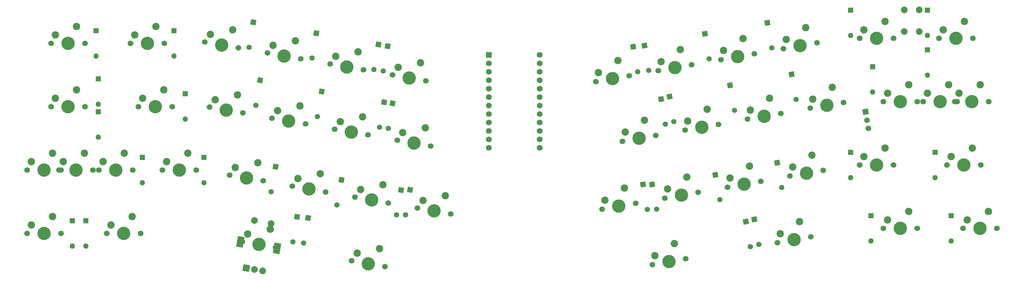
<source format=gbs>
G04 #@! TF.GenerationSoftware,KiCad,Pcbnew,(6.0.6-69-g6d26e8e3e8)*
G04 #@! TF.CreationDate,2022-07-20T16:21:00-04:00*
G04 #@! TF.ProjectId,alish40,616c6973-6834-4302-9e6b-696361645f70,rev?*
G04 #@! TF.SameCoordinates,Original*
G04 #@! TF.FileFunction,Soldermask,Bot*
G04 #@! TF.FilePolarity,Negative*
%FSLAX46Y46*%
G04 Gerber Fmt 4.6, Leading zero omitted, Abs format (unit mm)*
G04 Created by KiCad (PCBNEW (6.0.6-69-g6d26e8e3e8)) date 2022-07-20 16:21:00*
%MOMM*%
%LPD*%
G01*
G04 APERTURE LIST*
G04 Aperture macros list*
%AMHorizOval*
0 Thick line with rounded ends*
0 $1 width*
0 $2 $3 position (X,Y) of the first rounded end (center of the circle)*
0 $4 $5 position (X,Y) of the second rounded end (center of the circle)*
0 Add line between two ends*
20,1,$1,$2,$3,$4,$5,0*
0 Add two circle primitives to create the rounded ends*
1,1,$1,$2,$3*
1,1,$1,$4,$5*%
%AMRotRect*
0 Rectangle, with rotation*
0 The origin of the aperture is its center*
0 $1 length*
0 $2 width*
0 $3 Rotation angle, in degrees counterclockwise*
0 Add horizontal line*
21,1,$1,$2,0,0,$3*%
G04 Aperture macros list end*
%ADD10C,4.000000*%
%ADD11C,1.700000*%
%ADD12C,2.200000*%
%ADD13R,1.752600X1.752600*%
%ADD14C,1.752600*%
%ADD15RotRect,3.200000X2.000000X80.000000*%
%ADD16RotRect,2.000000X2.000000X80.000000*%
%ADD17C,2.000000*%
%ADD18RotRect,1.600000X1.600000X260.000000*%
%ADD19HorizOval,1.600000X0.000000X0.000000X0.000000X0.000000X0*%
%ADD20R,1.600000X1.600000*%
%ADD21O,1.600000X1.600000*%
%ADD22RotRect,1.600000X1.600000X280.000000*%
%ADD23HorizOval,1.600000X0.000000X0.000000X0.000000X0.000000X0*%
%ADD24RotRect,1.700000X1.700000X190.000000*%
%ADD25HorizOval,1.700000X0.000000X0.000000X0.000000X0.000000X0*%
G04 APERTURE END LIST*
D10*
X306589546Y-128320776D03*
D11*
X301586723Y-129202908D03*
X311592369Y-127438643D03*
D12*
X308208825Y-122876886D03*
X302396362Y-126480964D03*
D10*
X287828957Y-131628774D03*
D11*
X282826134Y-132510906D03*
X292831780Y-130746641D03*
D12*
X289448236Y-126184884D03*
X283635773Y-129788962D03*
D11*
X83085231Y-146416596D03*
D10*
X78005231Y-146416596D03*
D11*
X72925231Y-146416596D03*
D12*
X80545231Y-141336596D03*
X74195231Y-143876596D03*
D11*
X116422731Y-108316597D03*
D10*
X111342731Y-108316597D03*
D11*
X106262731Y-108316597D03*
D12*
X113882731Y-103236597D03*
X107532731Y-105776597D03*
D11*
X193854973Y-120149718D03*
D10*
X188852150Y-119267585D03*
D11*
X183849326Y-118385452D03*
D12*
X192235694Y-114705828D03*
X185541098Y-116104574D03*
D11*
X96737731Y-146416595D03*
D10*
X101817731Y-146416595D03*
D11*
X106897731Y-146416595D03*
D12*
X104357731Y-141336595D03*
X98007731Y-143876595D03*
D11*
X245304960Y-139126903D03*
D10*
X250307783Y-138244771D03*
D11*
X255310606Y-137362638D03*
D12*
X251927062Y-132800881D03*
X246114599Y-136404959D03*
D11*
X127567562Y-108461460D03*
X137573209Y-110225726D03*
D10*
X132570386Y-109343593D03*
D12*
X135953930Y-104781836D03*
X129259334Y-106180582D03*
D10*
X327566250Y-125829998D03*
D11*
X332646250Y-125829998D03*
X322486250Y-125829998D03*
D12*
X330106250Y-120749998D03*
X323756250Y-123289998D03*
D11*
X143645671Y-130640343D03*
D10*
X138642848Y-129758210D03*
D11*
X133640024Y-128876077D03*
D12*
X142026392Y-125196453D03*
X135331796Y-126595199D03*
D11*
X156333800Y-113533724D03*
X146328153Y-111769458D03*
D10*
X151330977Y-112651591D03*
D12*
X154714521Y-108089834D03*
X148019925Y-109488580D03*
D10*
X358522501Y-144879999D03*
D11*
X353442501Y-144879999D03*
X363602501Y-144879999D03*
D12*
X361062501Y-139799999D03*
X354712501Y-142339999D03*
D11*
X144946003Y-92181873D03*
D10*
X149948827Y-93064006D03*
D11*
X154951650Y-93946139D03*
D12*
X153332371Y-88502249D03*
X146637775Y-89900995D03*
D11*
X114041000Y-89266597D03*
D10*
X108961000Y-89266597D03*
D11*
X103881000Y-89266597D03*
D12*
X111501000Y-84186597D03*
X105151000Y-86726597D03*
D11*
X261382902Y-116948049D03*
D10*
X256380079Y-117830182D03*
D11*
X251377256Y-118712314D03*
D12*
X257999358Y-112386292D03*
X252186895Y-115990370D03*
D11*
X299660874Y-90854733D03*
X309666520Y-89090468D03*
D10*
X304663697Y-89972601D03*
D12*
X306282976Y-84528711D03*
X300470513Y-88132789D03*
D11*
X329630000Y-106780000D03*
D10*
X334710000Y-106780000D03*
D11*
X339790000Y-106780000D03*
D12*
X337250000Y-101700000D03*
X330900000Y-104240000D03*
D11*
X339789999Y-144880000D03*
D10*
X334709999Y-144880000D03*
D11*
X329629999Y-144880000D03*
D12*
X337249999Y-139800000D03*
X330899999Y-142340000D03*
D11*
X253384756Y-99014462D03*
D10*
X248381933Y-99896595D03*
D11*
X243379110Y-100778727D03*
D12*
X250001212Y-94452705D03*
X244188749Y-98056783D03*
D10*
X194924615Y-139682203D03*
D11*
X199927438Y-140564336D03*
X189921791Y-138800070D03*
D12*
X198308159Y-135120446D03*
X191613563Y-136519192D03*
D10*
X275140666Y-114522185D03*
D11*
X280143489Y-113640052D03*
X270137843Y-115404317D03*
D12*
X276759945Y-109078295D03*
X270947482Y-112682373D03*
D13*
X211350000Y-92770687D03*
D14*
X211350000Y-95310687D03*
X211350000Y-97850687D03*
X211350000Y-100390687D03*
X211350000Y-102930687D03*
X211350000Y-105470687D03*
X211350000Y-108010687D03*
X211350000Y-110550687D03*
X211350000Y-113090687D03*
X211350000Y-115630687D03*
X211350000Y-118170687D03*
X211350000Y-120710687D03*
X226590000Y-120710687D03*
X226590000Y-118170687D03*
X226590000Y-115630687D03*
X226590000Y-113090687D03*
X226590000Y-110550687D03*
X226590000Y-108010687D03*
X226590000Y-105470687D03*
X226590000Y-102930687D03*
X226590000Y-100390687D03*
X226590000Y-97850687D03*
X226590000Y-95310687D03*
X226590000Y-92770687D03*
D11*
X92610230Y-127366596D03*
X82450230Y-127366596D03*
D10*
X87530230Y-127366596D03*
D12*
X90070230Y-122286596D03*
X83720230Y-124826596D03*
D11*
X182467177Y-98797867D03*
X192472824Y-100562133D03*
D10*
X187470001Y-99680000D03*
D12*
X190853545Y-95118243D03*
X184158949Y-96516989D03*
D11*
X162406266Y-133948341D03*
X152400619Y-132184075D03*
D10*
X157403443Y-133066208D03*
D12*
X160786987Y-128504451D03*
X154092391Y-129903197D03*
D10*
X312661841Y-107906188D03*
D11*
X307659018Y-108788320D03*
X317664664Y-107024055D03*
D12*
X314281120Y-102462298D03*
X308468657Y-106066376D03*
D10*
X269068370Y-134936772D03*
D11*
X274071193Y-134054639D03*
X264065547Y-135818904D03*
D12*
X270687649Y-129492882D03*
X264875186Y-133096960D03*
D11*
X163706589Y-95489866D03*
X173712236Y-97254132D03*
D10*
X168709413Y-96371999D03*
D12*
X172092957Y-91810242D03*
X165398361Y-93208988D03*
D10*
X293901256Y-111214187D03*
D11*
X298904079Y-110332054D03*
X288898433Y-112096319D03*
D12*
X295520535Y-105770297D03*
X289708072Y-109374375D03*
D10*
X131188236Y-89756006D03*
D11*
X126185412Y-88873873D03*
X136191059Y-90638139D03*
D12*
X134571780Y-85194249D03*
X127877184Y-86592995D03*
D11*
X175094382Y-116841721D03*
X165088735Y-115077455D03*
D10*
X170091559Y-115959588D03*
D12*
X173475103Y-111397831D03*
X166780507Y-112796577D03*
D11*
X272145346Y-95706463D03*
D10*
X267142523Y-96588596D03*
D11*
X262139700Y-97470728D03*
D12*
X268761802Y-91144706D03*
X262949339Y-94748784D03*
D15*
X136822118Y-148938909D03*
X147851964Y-150883769D03*
D16*
X138572660Y-156863277D03*
D17*
X143496699Y-157731518D03*
X141034680Y-157297397D03*
X146014598Y-143451805D03*
X141090559Y-142583564D03*
D10*
X285903111Y-93280599D03*
D11*
X280900288Y-94162731D03*
X290905934Y-92398466D03*
D12*
X287522390Y-87836709D03*
X281709927Y-91440787D03*
D10*
X85148981Y-89266597D03*
D11*
X90228981Y-89266597D03*
X80068981Y-89266597D03*
D12*
X87688981Y-84186597D03*
X81338981Y-86726597D03*
D10*
X302862322Y-148321863D03*
D11*
X307865145Y-147439730D03*
X297859499Y-149203995D03*
D12*
X304481601Y-142877973D03*
X298669138Y-146482051D03*
D11*
X180203928Y-156430428D03*
D10*
X175201105Y-155548295D03*
D11*
X170198281Y-154666162D03*
D12*
X178584649Y-150986538D03*
X171890053Y-152385284D03*
D11*
X83085231Y-127366596D03*
X72925231Y-127366596D03*
D10*
X78005231Y-127366596D03*
D12*
X80545231Y-122286596D03*
X74195231Y-124826596D03*
D10*
X265341147Y-154937858D03*
D11*
X260338324Y-155819990D03*
X270343970Y-154055725D03*
D12*
X266960426Y-149493968D03*
X261147963Y-153098046D03*
D11*
X104516481Y-127366597D03*
X94356481Y-127366597D03*
D10*
X99436481Y-127366597D03*
D12*
X101976481Y-122286597D03*
X95626481Y-124826597D03*
D11*
X356458751Y-87729999D03*
X346298751Y-87729999D03*
D10*
X351378751Y-87729999D03*
D12*
X353918751Y-82649999D03*
X347568751Y-85189999D03*
D10*
X142370078Y-149759296D03*
D11*
X137367254Y-148877163D03*
X147372901Y-150641429D03*
D12*
X145753622Y-145197539D03*
X139059026Y-146596285D03*
D10*
X346616250Y-106780000D03*
D11*
X341536250Y-106780000D03*
X351696250Y-106780000D03*
D12*
X349156250Y-101700000D03*
X342806250Y-104240000D03*
D11*
X332646252Y-87730002D03*
X322486252Y-87730002D03*
D10*
X327566252Y-87730002D03*
D12*
X330106252Y-82650002D03*
X323756252Y-85190002D03*
D11*
X361221249Y-106780001D03*
D10*
X356141249Y-106780001D03*
D11*
X351061249Y-106780001D03*
D12*
X358681249Y-101700001D03*
X352331249Y-104240001D03*
D11*
X181166850Y-137256339D03*
D10*
X176164027Y-136374206D03*
D11*
X171161203Y-135492073D03*
D12*
X179547571Y-131812449D03*
X172852975Y-133211195D03*
D11*
X80068981Y-108316597D03*
D10*
X85148981Y-108316597D03*
D11*
X90228981Y-108316597D03*
D12*
X87688981Y-103236597D03*
X81338981Y-105776597D03*
D11*
X358840000Y-125830001D03*
X348680000Y-125830001D03*
D10*
X353760000Y-125830001D03*
D12*
X356300000Y-120750001D03*
X349950000Y-123290001D03*
D10*
X118486481Y-127366599D03*
D11*
X123566481Y-127366599D03*
X113406481Y-127366599D03*
D12*
X121026481Y-122286599D03*
X114676481Y-124826599D03*
D18*
X153870000Y-141470000D03*
D19*
X152546801Y-148974235D03*
D20*
X94240000Y-99970000D03*
D21*
X94240000Y-107590000D03*
D22*
X254630000Y-90300000D03*
D23*
X255953199Y-97804235D03*
D20*
X94200000Y-109900000D03*
D21*
X94200000Y-117520000D03*
D22*
X276068401Y-86437883D03*
D23*
X277391600Y-93942118D03*
D20*
X125910000Y-123556599D03*
D21*
X125910000Y-131176599D03*
D20*
X326400000Y-96300000D03*
D21*
X326400000Y-103920000D03*
D18*
X178221600Y-89617883D03*
D19*
X176898401Y-97122118D03*
D20*
X345120000Y-122020001D03*
D21*
X345120000Y-129640001D03*
D18*
X142781600Y-100417883D03*
D19*
X141458401Y-107922118D03*
D18*
X179871600Y-106987883D03*
D19*
X178548401Y-114492118D03*
D20*
X93580000Y-85456597D03*
D21*
X93580000Y-93076597D03*
D22*
X297768401Y-125157883D03*
D23*
X299091600Y-132662118D03*
D18*
X182481600Y-107347883D03*
D19*
X181158401Y-114852118D03*
D20*
X325900000Y-141070000D03*
D21*
X325900000Y-148690000D03*
D17*
X340380000Y-85730000D03*
X340380000Y-79230000D03*
X335880000Y-85730000D03*
X335880000Y-79230000D03*
D22*
X288375000Y-142900000D03*
D23*
X289698199Y-150404235D03*
D20*
X342800000Y-79280000D03*
D21*
X342800000Y-86900000D03*
D20*
X120270000Y-104430000D03*
D21*
X120270000Y-112050000D03*
D22*
X279218401Y-128787883D03*
D23*
X280541600Y-136292118D03*
D20*
X342790000Y-91230000D03*
D21*
X342790000Y-98850000D03*
D20*
X107410000Y-123556597D03*
D21*
X107410000Y-131176597D03*
D22*
X290950000Y-142225000D03*
D23*
X292273199Y-149729235D03*
D22*
X283640000Y-101900000D03*
D23*
X284963199Y-109404235D03*
D20*
X319800000Y-79260000D03*
D21*
X319800000Y-86880000D03*
D20*
X319780000Y-122019998D03*
D21*
X319780000Y-129639998D03*
D18*
X180971600Y-90117883D03*
D19*
X179648401Y-97622118D03*
D18*
X157141600Y-141787883D03*
D19*
X155818401Y-149292118D03*
D20*
X116950000Y-85456597D03*
D21*
X116950000Y-93076597D03*
D20*
X349910000Y-141069999D03*
D21*
X349910000Y-148689999D03*
D24*
X324260000Y-109880000D03*
D25*
X324701066Y-112381412D03*
X325142133Y-114882823D03*
D22*
X260278401Y-131667883D03*
D23*
X261601600Y-139172118D03*
D22*
X294811448Y-83130483D03*
D23*
X296134647Y-90634718D03*
D18*
X159631600Y-86197883D03*
D19*
X158308401Y-93702118D03*
D22*
X257940000Y-89930000D03*
D23*
X259263199Y-97434235D03*
D18*
X184950000Y-133380000D03*
D19*
X183626801Y-140884235D03*
D18*
X161211600Y-103797883D03*
D19*
X159888401Y-111302118D03*
D22*
X262950000Y-106050000D03*
D23*
X264273199Y-113554235D03*
D20*
X90525000Y-142606595D03*
D21*
X90525000Y-150226595D03*
D18*
X167120000Y-130347883D03*
D19*
X165796801Y-137852118D03*
D20*
X86475000Y-142606596D03*
D21*
X86475000Y-150226596D03*
D18*
X187661600Y-133347883D03*
D19*
X186338401Y-140852118D03*
D22*
X257538401Y-131717883D03*
D23*
X258861600Y-139222118D03*
D22*
X302110000Y-98640000D03*
D23*
X303433199Y-106144235D03*
D22*
X265480000Y-105330000D03*
D23*
X266803199Y-112834235D03*
D18*
X147381600Y-126367883D03*
D19*
X146058401Y-133872118D03*
D18*
X140751600Y-82937883D03*
D19*
X139428401Y-90442118D03*
M02*

</source>
